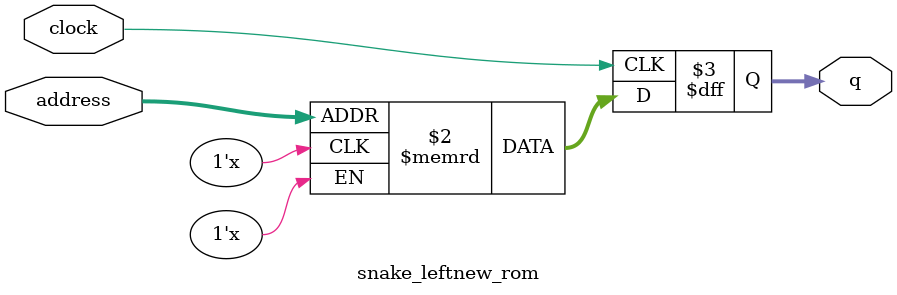
<source format=sv>
module snake_leftnew_rom (
	input logic clock,
	input logic [9:0] address,
	output logic [3:0] q
);

logic [3:0] memory [0:944] /* synthesis ram_init_file = "./snake_leftnew.mif" */;

always_ff @ (posedge clock) begin
	q <= memory[address];
end

endmodule

</source>
